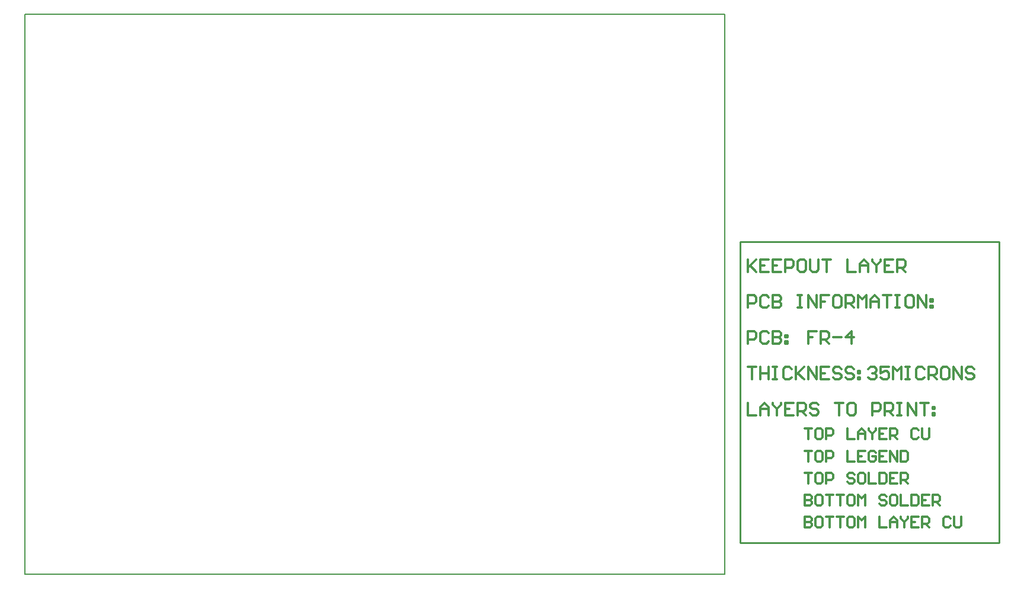
<source format=gko>
G04 Layer_Color=16711935*
%FSLAX25Y25*%
%MOIN*%
G70*
G01*
G75*
%ADD21C,0.00800*%
%ADD23C,0.01200*%
%ADD44C,0.01000*%
D21*
X393701Y393701D02*
X787402D01*
Y708661D01*
X393701D02*
X787402D01*
X393701Y393701D02*
Y708661D01*
D23*
X800300Y570848D02*
Y563850D01*
Y566183D01*
X804965Y570848D01*
X801466Y567349D01*
X804965Y563850D01*
X811963Y570848D02*
X807298D01*
Y563850D01*
X811963D01*
X807298Y567349D02*
X809630D01*
X818961Y570848D02*
X814295D01*
Y563850D01*
X818961D01*
X814295Y567349D02*
X816628D01*
X821293Y563850D02*
Y570848D01*
X824792D01*
X825958Y569682D01*
Y567349D01*
X824792Y566183D01*
X821293D01*
X831790Y570848D02*
X829457D01*
X828291Y569682D01*
Y565016D01*
X829457Y563850D01*
X831790D01*
X832956Y565016D01*
Y569682D01*
X831790Y570848D01*
X835289D02*
Y565016D01*
X836455Y563850D01*
X838788D01*
X839954Y565016D01*
Y570848D01*
X842286D02*
X846952D01*
X844619D01*
Y563850D01*
X856282Y570848D02*
Y563850D01*
X860947D01*
X863280D02*
Y568515D01*
X865612Y570848D01*
X867945Y568515D01*
Y563850D01*
Y567349D01*
X863280D01*
X870277Y570848D02*
Y569682D01*
X872610Y567349D01*
X874943Y569682D01*
Y570848D01*
X872610Y567349D02*
Y563850D01*
X881940Y570848D02*
X877275D01*
Y563850D01*
X881940D01*
X877275Y567349D02*
X879608D01*
X884273Y563850D02*
Y570848D01*
X887772D01*
X888938Y569682D01*
Y567349D01*
X887772Y566183D01*
X884273D01*
X886605D02*
X888938Y563850D01*
X800300Y543663D02*
Y550660D01*
X803799D01*
X804965Y549494D01*
Y547161D01*
X803799Y545995D01*
X800300D01*
X811963Y549494D02*
X810797Y550660D01*
X808464D01*
X807298Y549494D01*
Y544829D01*
X808464Y543663D01*
X810797D01*
X811963Y544829D01*
X814295Y550660D02*
Y543663D01*
X817794D01*
X818961Y544829D01*
Y545995D01*
X817794Y547161D01*
X814295D01*
X817794D01*
X818961Y548328D01*
Y549494D01*
X817794Y550660D01*
X814295D01*
X828291D02*
X830624D01*
X829457D01*
Y543663D01*
X828291D01*
X830624D01*
X834122D02*
Y550660D01*
X838788Y543663D01*
Y550660D01*
X845785D02*
X841120D01*
Y547161D01*
X843453D01*
X841120D01*
Y543663D01*
X851617Y550660D02*
X849284D01*
X848118Y549494D01*
Y544829D01*
X849284Y543663D01*
X851617D01*
X852783Y544829D01*
Y549494D01*
X851617Y550660D01*
X855116Y543663D02*
Y550660D01*
X858615D01*
X859781Y549494D01*
Y547161D01*
X858615Y545995D01*
X855116D01*
X857448D02*
X859781Y543663D01*
X862113D02*
Y550660D01*
X864446Y548328D01*
X866778Y550660D01*
Y543663D01*
X869111D02*
Y548328D01*
X871444Y550660D01*
X873776Y548328D01*
Y543663D01*
Y547161D01*
X869111D01*
X876109Y550660D02*
X880774D01*
X878441D01*
Y543663D01*
X883107Y550660D02*
X885439D01*
X884273D01*
Y543663D01*
X883107D01*
X885439D01*
X892437Y550660D02*
X890104D01*
X888938Y549494D01*
Y544829D01*
X890104Y543663D01*
X892437D01*
X893603Y544829D01*
Y549494D01*
X892437Y550660D01*
X895936Y543663D02*
Y550660D01*
X900601Y543663D01*
Y550660D01*
X902934Y548328D02*
X904100D01*
Y547161D01*
X902934D01*
Y548328D01*
Y544829D02*
X904100D01*
Y543663D01*
X902934D01*
Y544829D01*
X800300Y510285D02*
X804965D01*
X802633D01*
Y503288D01*
X807298Y510285D02*
Y503288D01*
Y506786D01*
X811963D01*
Y510285D01*
Y503288D01*
X814295Y510285D02*
X816628D01*
X815462D01*
Y503288D01*
X814295D01*
X816628D01*
X824792Y509119D02*
X823626Y510285D01*
X821293D01*
X820127Y509119D01*
Y504454D01*
X821293Y503288D01*
X823626D01*
X824792Y504454D01*
X827125Y510285D02*
Y503288D01*
Y505620D01*
X831790Y510285D01*
X828291Y506786D01*
X831790Y503288D01*
X834122D02*
Y510285D01*
X838788Y503288D01*
Y510285D01*
X845785D02*
X841120D01*
Y503288D01*
X845785D01*
X841120Y506786D02*
X843453D01*
X852783Y509119D02*
X851617Y510285D01*
X849284D01*
X848118Y509119D01*
Y507953D01*
X849284Y506786D01*
X851617D01*
X852783Y505620D01*
Y504454D01*
X851617Y503288D01*
X849284D01*
X848118Y504454D01*
X859781Y509119D02*
X858615Y510285D01*
X856282D01*
X855116Y509119D01*
Y507953D01*
X856282Y506786D01*
X858615D01*
X859781Y505620D01*
Y504454D01*
X858615Y503288D01*
X856282D01*
X855116Y504454D01*
X862113Y507953D02*
X863280D01*
Y506786D01*
X862113D01*
Y507953D01*
Y504454D02*
X863280D01*
Y503288D01*
X862113D01*
Y504454D01*
X867945Y509119D02*
X869111Y510285D01*
X871444D01*
X872610Y509119D01*
Y507953D01*
X871444Y506786D01*
X870277D01*
X871444D01*
X872610Y505620D01*
Y504454D01*
X871444Y503288D01*
X869111D01*
X867945Y504454D01*
X879608Y510285D02*
X874943D01*
Y506786D01*
X877275Y507953D01*
X878441D01*
X879608Y506786D01*
Y504454D01*
X878441Y503288D01*
X876109D01*
X874943Y504454D01*
X881940Y503288D02*
Y510285D01*
X884273Y507953D01*
X886605Y510285D01*
Y503288D01*
X888938Y510285D02*
X891271D01*
X890104D01*
Y503288D01*
X888938D01*
X891271D01*
X899435Y509119D02*
X898268Y510285D01*
X895936D01*
X894769Y509119D01*
Y504454D01*
X895936Y503288D01*
X898268D01*
X899435Y504454D01*
X901767Y503288D02*
Y510285D01*
X905266D01*
X906432Y509119D01*
Y506786D01*
X905266Y505620D01*
X901767D01*
X904100D02*
X906432Y503288D01*
X912264Y510285D02*
X909931D01*
X908765Y509119D01*
Y504454D01*
X909931Y503288D01*
X912264D01*
X913430Y504454D01*
Y509119D01*
X912264Y510285D01*
X915763Y503288D02*
Y510285D01*
X920428Y503288D01*
Y510285D01*
X927426Y509119D02*
X926259Y510285D01*
X923927D01*
X922760Y509119D01*
Y507953D01*
X923927Y506786D01*
X926259D01*
X927426Y505620D01*
Y504454D01*
X926259Y503288D01*
X923927D01*
X922760Y504454D01*
X800300Y523475D02*
Y530473D01*
X803799D01*
X804965Y529307D01*
Y526974D01*
X803799Y525808D01*
X800300D01*
X811963Y529307D02*
X810797Y530473D01*
X808464D01*
X807298Y529307D01*
Y524641D01*
X808464Y523475D01*
X810797D01*
X811963Y524641D01*
X814295Y530473D02*
Y523475D01*
X817794D01*
X818961Y524641D01*
Y525808D01*
X817794Y526974D01*
X814295D01*
X817794D01*
X818961Y528140D01*
Y529307D01*
X817794Y530473D01*
X814295D01*
X821293Y528140D02*
X822460D01*
Y526974D01*
X821293D01*
Y528140D01*
Y524641D02*
X822460D01*
Y523475D01*
X821293D01*
Y524641D01*
X838788Y530473D02*
X834122D01*
Y526974D01*
X836455D01*
X834122D01*
Y523475D01*
X841120D02*
Y530473D01*
X844619D01*
X845785Y529307D01*
Y526974D01*
X844619Y525808D01*
X841120D01*
X843453D02*
X845785Y523475D01*
X848118Y526974D02*
X852783D01*
X858615Y523475D02*
Y530473D01*
X855116Y526974D01*
X859781D01*
X800300Y490098D02*
Y483100D01*
X804965D01*
X807298D02*
Y487765D01*
X809630Y490098D01*
X811963Y487765D01*
Y483100D01*
Y486599D01*
X807298D01*
X814295Y490098D02*
Y488932D01*
X816628Y486599D01*
X818961Y488932D01*
Y490098D01*
X816628Y486599D02*
Y483100D01*
X825958Y490098D02*
X821293D01*
Y483100D01*
X825958D01*
X821293Y486599D02*
X823626D01*
X828291Y483100D02*
Y490098D01*
X831790D01*
X832956Y488932D01*
Y486599D01*
X831790Y485433D01*
X828291D01*
X830624D02*
X832956Y483100D01*
X839954Y488932D02*
X838788Y490098D01*
X836455D01*
X835289Y488932D01*
Y487765D01*
X836455Y486599D01*
X838788D01*
X839954Y485433D01*
Y484266D01*
X838788Y483100D01*
X836455D01*
X835289Y484266D01*
X849284Y490098D02*
X853949D01*
X851617D01*
Y483100D01*
X859781Y490098D02*
X857448D01*
X856282Y488932D01*
Y484266D01*
X857448Y483100D01*
X859781D01*
X860947Y484266D01*
Y488932D01*
X859781Y490098D01*
X870277Y483100D02*
Y490098D01*
X873776D01*
X874943Y488932D01*
Y486599D01*
X873776Y485433D01*
X870277D01*
X877275Y483100D02*
Y490098D01*
X880774D01*
X881940Y488932D01*
Y486599D01*
X880774Y485433D01*
X877275D01*
X879608D02*
X881940Y483100D01*
X884273Y490098D02*
X886605D01*
X885439D01*
Y483100D01*
X884273D01*
X886605D01*
X890104D02*
Y490098D01*
X894769Y483100D01*
Y490098D01*
X897102D02*
X901767D01*
X899435D01*
Y483100D01*
X904100Y487765D02*
X905266D01*
Y486599D01*
X904100D01*
Y487765D01*
Y484266D02*
X905266D01*
Y483100D01*
X904100D01*
Y484266D01*
X832200Y426098D02*
Y420100D01*
X835199D01*
X836199Y421100D01*
Y422099D01*
X835199Y423099D01*
X832200D01*
X835199D01*
X836199Y424099D01*
Y425098D01*
X835199Y426098D01*
X832200D01*
X841197D02*
X839198D01*
X838198Y425098D01*
Y421100D01*
X839198Y420100D01*
X841197D01*
X842197Y421100D01*
Y425098D01*
X841197Y426098D01*
X844196D02*
X848195D01*
X846196D01*
Y420100D01*
X850194Y426098D02*
X854193D01*
X852194D01*
Y420100D01*
X859191Y426098D02*
X857192D01*
X856192Y425098D01*
Y421100D01*
X857192Y420100D01*
X859191D01*
X860191Y421100D01*
Y425098D01*
X859191Y426098D01*
X862190Y420100D02*
Y426098D01*
X864190Y424099D01*
X866189Y426098D01*
Y420100D01*
X874186Y426098D02*
Y420100D01*
X878185D01*
X880184D02*
Y424099D01*
X882184Y426098D01*
X884183Y424099D01*
Y420100D01*
Y423099D01*
X880184D01*
X886182Y426098D02*
Y425098D01*
X888182Y423099D01*
X890181Y425098D01*
Y426098D01*
X888182Y423099D02*
Y420100D01*
X896179Y426098D02*
X892181D01*
Y420100D01*
X896179D01*
X892181Y423099D02*
X894180D01*
X898179Y420100D02*
Y426098D01*
X901178D01*
X902177Y425098D01*
Y423099D01*
X901178Y422099D01*
X898179D01*
X900178D02*
X902177Y420100D01*
X914174Y425098D02*
X913174Y426098D01*
X911174D01*
X910175Y425098D01*
Y421100D01*
X911174Y420100D01*
X913174D01*
X914174Y421100D01*
X916173Y426098D02*
Y421100D01*
X917173Y420100D01*
X919172D01*
X920172Y421100D01*
Y426098D01*
X832200Y463223D02*
X836199D01*
X834199D01*
Y457225D01*
X841197Y463223D02*
X839198D01*
X838198Y462223D01*
Y458225D01*
X839198Y457225D01*
X841197D01*
X842197Y458225D01*
Y462223D01*
X841197Y463223D01*
X844196Y457225D02*
Y463223D01*
X847195D01*
X848195Y462223D01*
Y460224D01*
X847195Y459224D01*
X844196D01*
X856192Y463223D02*
Y457225D01*
X860191D01*
X866189Y463223D02*
X862190D01*
Y457225D01*
X866189D01*
X862190Y460224D02*
X864190D01*
X872187Y462223D02*
X871187Y463223D01*
X869188D01*
X868188Y462223D01*
Y458225D01*
X869188Y457225D01*
X871187D01*
X872187Y458225D01*
Y460224D01*
X870188D01*
X878185Y463223D02*
X874186D01*
Y457225D01*
X878185D01*
X874186Y460224D02*
X876186D01*
X880184Y457225D02*
Y463223D01*
X884183Y457225D01*
Y463223D01*
X886182D02*
Y457225D01*
X889182D01*
X890181Y458225D01*
Y462223D01*
X889182Y463223D01*
X886182D01*
X832200Y475598D02*
X836199D01*
X834199D01*
Y469600D01*
X841197Y475598D02*
X839198D01*
X838198Y474598D01*
Y470600D01*
X839198Y469600D01*
X841197D01*
X842197Y470600D01*
Y474598D01*
X841197Y475598D01*
X844196Y469600D02*
Y475598D01*
X847195D01*
X848195Y474598D01*
Y472599D01*
X847195Y471599D01*
X844196D01*
X856192Y475598D02*
Y469600D01*
X860191D01*
X862190D02*
Y473599D01*
X864190Y475598D01*
X866189Y473599D01*
Y469600D01*
Y472599D01*
X862190D01*
X868188Y475598D02*
Y474598D01*
X870188Y472599D01*
X872187Y474598D01*
Y475598D01*
X870188Y472599D02*
Y469600D01*
X878185Y475598D02*
X874186D01*
Y469600D01*
X878185D01*
X874186Y472599D02*
X876186D01*
X880184Y469600D02*
Y475598D01*
X883183D01*
X884183Y474598D01*
Y472599D01*
X883183Y471599D01*
X880184D01*
X882184D02*
X884183Y469600D01*
X896179Y474598D02*
X895180Y475598D01*
X893180D01*
X892181Y474598D01*
Y470600D01*
X893180Y469600D01*
X895180D01*
X896179Y470600D01*
X898179Y475598D02*
Y470600D01*
X899178Y469600D01*
X901178D01*
X902177Y470600D01*
Y475598D01*
X832200Y450848D02*
X836199D01*
X834199D01*
Y444850D01*
X841197Y450848D02*
X839198D01*
X838198Y449848D01*
Y445850D01*
X839198Y444850D01*
X841197D01*
X842197Y445850D01*
Y449848D01*
X841197Y450848D01*
X844196Y444850D02*
Y450848D01*
X847195D01*
X848195Y449848D01*
Y447849D01*
X847195Y446849D01*
X844196D01*
X860191Y449848D02*
X859191Y450848D01*
X857192D01*
X856192Y449848D01*
Y448849D01*
X857192Y447849D01*
X859191D01*
X860191Y446849D01*
Y445850D01*
X859191Y444850D01*
X857192D01*
X856192Y445850D01*
X865189Y450848D02*
X863190D01*
X862190Y449848D01*
Y445850D01*
X863190Y444850D01*
X865189D01*
X866189Y445850D01*
Y449848D01*
X865189Y450848D01*
X868188D02*
Y444850D01*
X872187D01*
X874186Y450848D02*
Y444850D01*
X877185D01*
X878185Y445850D01*
Y449848D01*
X877185Y450848D01*
X874186D01*
X884183D02*
X880184D01*
Y444850D01*
X884183D01*
X880184Y447849D02*
X882184D01*
X886182Y444850D02*
Y450848D01*
X889182D01*
X890181Y449848D01*
Y447849D01*
X889182Y446849D01*
X886182D01*
X888182D02*
X890181Y444850D01*
X832200Y438473D02*
Y432475D01*
X835199D01*
X836199Y433475D01*
Y434474D01*
X835199Y435474D01*
X832200D01*
X835199D01*
X836199Y436474D01*
Y437473D01*
X835199Y438473D01*
X832200D01*
X841197D02*
X839198D01*
X838198Y437473D01*
Y433475D01*
X839198Y432475D01*
X841197D01*
X842197Y433475D01*
Y437473D01*
X841197Y438473D01*
X844196D02*
X848195D01*
X846196D01*
Y432475D01*
X850194Y438473D02*
X854193D01*
X852194D01*
Y432475D01*
X859191Y438473D02*
X857192D01*
X856192Y437473D01*
Y433475D01*
X857192Y432475D01*
X859191D01*
X860191Y433475D01*
Y437473D01*
X859191Y438473D01*
X862190Y432475D02*
Y438473D01*
X864190Y436474D01*
X866189Y438473D01*
Y432475D01*
X878185Y437473D02*
X877185Y438473D01*
X875186D01*
X874186Y437473D01*
Y436474D01*
X875186Y435474D01*
X877185D01*
X878185Y434474D01*
Y433475D01*
X877185Y432475D01*
X875186D01*
X874186Y433475D01*
X883183Y438473D02*
X881184D01*
X880184Y437473D01*
Y433475D01*
X881184Y432475D01*
X883183D01*
X884183Y433475D01*
Y437473D01*
X883183Y438473D01*
X886182D02*
Y432475D01*
X890181D01*
X892181Y438473D02*
Y432475D01*
X895180D01*
X896179Y433475D01*
Y437473D01*
X895180Y438473D01*
X892181D01*
X902177D02*
X898179D01*
Y432475D01*
X902177D01*
X898179Y435474D02*
X900178D01*
X904177Y432475D02*
Y438473D01*
X907176D01*
X908175Y437473D01*
Y435474D01*
X907176Y434474D01*
X904177D01*
X906176D02*
X908175Y432475D01*
D44*
X795913Y411301D02*
Y580592D01*
Y411301D02*
X941582D01*
Y580592D01*
X795913D02*
X941582D01*
M02*

</source>
